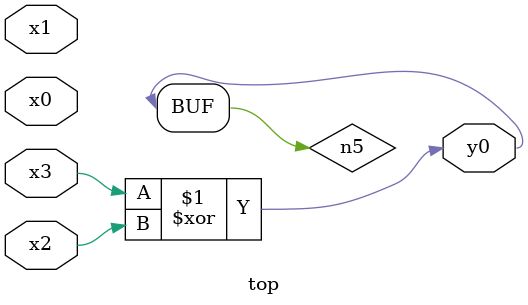
<source format=v>
module top( x0 , x1 , x2 , x3 , y0 );
  input x0 , x1 , x2 , x3 ;
  output y0 ;
  wire n5 ;
  assign n5 = x3 ^ x2 ;
  assign y0 = n5 ;
endmodule

</source>
